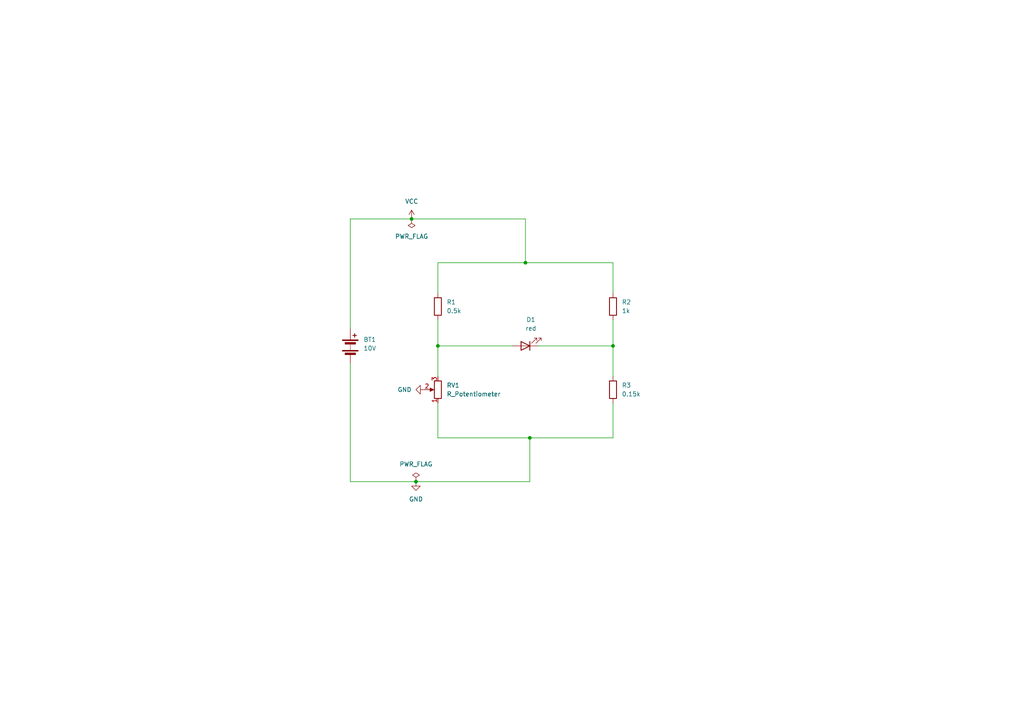
<source format=kicad_sch>
(kicad_sch (version 20231120) (generator "eeschema") (generator_version "8.0")
  (paper "A4")
  (lib_symbols
    (symbol "Device:Battery" (pin_numbers hide) (pin_names (offset 0) hide)
      (property "Reference" "BT" (at 2.54 2.54 0))
      (property "Value" "Battery" (at 2.54 0 0))
      (symbol "Battery_0_1"
        (rectangle (start -2.286 -1.27) (end 2.286 -1.524) (fill (type outline)))
        (rectangle (start -2.286 1.778) (end 2.286 1.524) (fill (type outline)))
        (rectangle (start -1.524 -2.032) (end 1.524 -2.54) (fill (type outline)))
        (rectangle (start -1.524 1.016) (end 1.524 0.508) (fill (type outline)))
        (polyline (pts (xy 0 -1.016) (xy 0 -0.762)))
        (polyline (pts (xy 0 -0.508) (xy 0 -0.254)))
        (polyline (pts (xy 0 0) (xy 0 0.254)))
        (polyline (pts (xy 0 1.778) (xy 0 2.54)))
        (polyline (pts (xy 0.762 3.048) (xy 1.778 3.048)) (stroke (width 0.254)))
        (polyline (pts (xy 1.27 3.556) (xy 1.27 2.54)) (stroke (width 0.254)))
      )
      (symbol "Battery_1_1"
        (pin passive line (at 0 5.08 270) (length 2.54) (name "+") (number "1"))
        (pin passive line (at 0 -5.08 90) (length 2.54) (name "-") (number "2"))
      )
    )
    (symbol "Device:LED" (pin_numbers hide) (pin_names (offset 1.016) hide)
      (property "Reference" "D" (at 0 2.54 0))
      (property "Value" "LED" (at 0 -2.54 0))
      (symbol "LED_0_1"
        (polyline (pts (xy -1.27 -1.27) (xy -1.27 1.27)) (stroke (width 0.254)))
        (polyline (pts (xy -1.27 0) (xy 1.27 0)))
        (polyline (pts (xy 1.27 -1.27) (xy 1.27 1.27) (xy -1.27 0) (xy 1.27 -1.27)) (stroke (width 0.254)))
        (polyline (pts (xy -3.048 -0.762) (xy -4.572 -2.286) (xy -3.81 -2.286) (xy -4.572 -2.286) (xy -4.572 -1.524)))
        (polyline (pts (xy -1.778 -0.762) (xy -3.302 -2.286) (xy -2.54 -2.286) (xy -3.302 -2.286) (xy -3.302 -1.524)))
      )
      (symbol "LED_1_1"
        (pin passive line (at -3.81 0 0) (length 2.54) (name "K") (number "1"))
        (pin passive line (at 3.81 0 180) (length 2.54) (name "A") (number "2"))
      )
    )
    (symbol "Device:R" (pin_numbers hide) (pin_names (offset 0))
      (property "Reference" "R" (at 2.032 0 90))
      (property "Value" "R" (at 0 0 90))
      (symbol "R_0_1"
        (rectangle (start -1.016 -2.54) (end 1.016 2.54) (stroke (width 0.254)))
      )
      (symbol "R_1_1"
        (pin passive line (at 0 3.81 270) (length 1.27) (name "~") (number "1"))
        (pin passive line (at 0 -3.81 90) (length 1.27) (name "~") (number "2"))
      )
    )
    (symbol "Device:R_Potentiometer" (pin_names (offset 1.016) hide)
      (property "Reference" "RV" (at -4.445 0 90))
      (property "Value" "R_Potentiometer" (at -2.54 0 90))
      (symbol "R_Potentiometer_0_1"
        (polyline (pts (xy 2.54 0) (xy 1.524 0)))
        (polyline (pts (xy 1.143 0) (xy 2.286 0.508) (xy 2.286 -0.508) (xy 1.143 0)) (fill (type outline)))
        (rectangle (start 1.016 2.54) (end -1.016 -2.54) (stroke (width 0.254)))
      )
      (symbol "R_Potentiometer_1_1"
        (pin passive line (at 0 3.81 270) (length 1.27) (name "1") (number "1"))
        (pin passive line (at 3.81 0 180) (length 1.27) (name "2") (number "2"))
        (pin passive line (at 0 -3.81 90) (length 1.27) (name "3") (number "3"))
      )
    )
    (symbol "power:GND" (power) (pin_numbers hide) (pin_names (offset 0) hide)
      (property "Value" "GND" (at 0 -3.81 0))
      (symbol "GND_0_1"
        (polyline (pts (xy 0 0) (xy 0 -1.27) (xy 1.27 -1.27) (xy 0 -2.54) (xy -1.27 -1.27) (xy 0 -1.27)))
      )
      (symbol "GND_1_1"
        (pin power_in line (at 0 0 270) (length 0) (name "~") (number "1"))
      )
    )
    (symbol "power:PWR_FLAG" (power) (pin_numbers hide) (pin_names (offset 0) hide)
      (property "Value" "PWR_FLAG" (at 0 3.81 0))
      (symbol "PWR_FLAG_0_0"
        (pin power_out line (at 0 0 90) (length 0) (name "~") (number "1"))
      )
      (symbol "PWR_FLAG_0_1"
        (polyline (pts (xy 0 0) (xy 0 1.27) (xy -1.016 1.905) (xy 0 2.54) (xy 1.016 1.905) (xy 0 1.27)))
      )
    )
    (symbol "power:VCC" (power) (pin_numbers hide) (pin_names (offset 0) hide)
      (property "Value" "VCC" (at 0 3.556 0))
      (symbol "VCC_0_1"
        (polyline (pts (xy -0.762 1.27) (xy 0 2.54)))
        (polyline (pts (xy 0 0) (xy 0 2.54)))
        (polyline (pts (xy 0 2.54) (xy 0.762 1.27)))
      )
      (symbol "VCC_1_1"
        (pin power_in line (at 0 0 90) (length 0) (name "~") (number "1"))
      )
    )
  )
  (junction (at 153.67 127))
  (junction (at 177.8 100.33))
  (junction (at 127 100.33))
  (junction (at 119.38 63.5))
  (junction (at 152.4 76.2))
  (junction (at 120.65 139.7))
  (wire (pts (xy 127 100.33) (xy 148.59 100.33)))
  (wire (pts (xy 101.6 139.7) (xy 120.65 139.7)))
  (wire (pts (xy 177.8 76.2) (xy 177.8 85.09)))
  (wire (pts (xy 177.8 127) (xy 177.8 116.84)))
  (wire (pts (xy 120.65 139.7) (xy 153.67 139.7)))
  (wire (pts (xy 152.4 76.2) (xy 177.8 76.2)))
  (wire (pts (xy 127 85.09) (xy 127 76.2)))
  (wire (pts (xy 119.38 63.5) (xy 101.6 63.5)))
  (wire (pts (xy 152.4 63.5) (xy 152.4 76.2)))
  (wire (pts (xy 177.8 92.71) (xy 177.8 100.33)))
  (wire (pts (xy 101.6 105.41) (xy 101.6 139.7)))
  (wire (pts (xy 177.8 100.33) (xy 177.8 109.22)))
  (wire (pts (xy 153.67 139.7) (xy 153.67 127)))
  (wire (pts (xy 127 92.71) (xy 127 100.33)))
  (wire (pts (xy 101.6 63.5) (xy 101.6 95.25)))
  (wire (pts (xy 153.67 127) (xy 177.8 127)))
  (wire (pts (xy 127 127) (xy 153.67 127)))
  (wire (pts (xy 127 76.2) (xy 152.4 76.2)))
  (wire (pts (xy 127 116.84) (xy 127 127)))
  (wire (pts (xy 152.4 63.5) (xy 119.38 63.5)))
  (wire (pts (xy 156.21 100.33) (xy 177.8 100.33)))
  (wire (pts (xy 127 100.33) (xy 127 109.22)))
  (symbol (lib_id "power:GND") (at 120.65 139.7 0) (unit 1)
    (property "Reference" "#PWR02" (effects (hide yes)))
    (property "Value" "GND" (at 120.65 144.78 0))
    (property "Description" "Power symbol creates a global label with name \"GND\" , ground" (effects (hide yes)))
  )
  (symbol (lib_id "Device:R") (at 127 88.9 180) (unit 1)
    (property "Reference" "R1" (at 129.54 87.6299 0) (effects (justify right)))
    (property "Value" "0.5k" (at 129.54 90.1699 0) (effects (justify right)))
    (property "Footprint" "Resistor_THT:R_Axial_DIN0309_L9.0mm_D3.2mm_P12.70mm_Horizontal" (effects (hide yes)))
    (property "Description" "Resistor" (effects (hide yes)))
  )
  (symbol (lib_id "power:PWR_FLAG") (at 119.38 63.5 180) (unit 1)
    (property "Reference" "#FLG01" (effects (hide yes)))
    (property "Value" "PWR_FLAG" (at 119.38 68.58 0))
    (property "Description" "Special symbol for telling ERC where power comes from" (effects (hide yes)))
  )
  (symbol (lib_id "Device:LED") (at 152.4 100.33 180) (unit 1)
    (property "Reference" "D1" (at 153.9875 92.71 0))
    (property "Value" "red" (at 153.9875 95.25 0))
    (property "Footprint" "LED_THT:LED_D5.0mm" (effects (hide yes)))
    (property "Description" "Light emitting diode" (effects (hide yes)))
  )
  (symbol (lib_id "power:PWR_FLAG") (at 120.65 139.7 0) (unit 1)
    (property "Reference" "#FLG02" (effects (hide yes)))
    (property "Value" "PWR_FLAG" (at 120.65 134.62 0))
    (property "Description" "Special symbol for telling ERC where power comes from" (effects (hide yes)))
  )
  (symbol (lib_id "Device:R") (at 177.8 113.03 0) (unit 1)
    (property "Reference" "R3" (at 180.34 111.7599 0) (effects (justify left)))
    (property "Value" "0.15k" (at 180.34 114.2999 0) (effects (justify left)))
    (property "Footprint" "Resistor_THT:R_Axial_DIN0309_L9.0mm_D3.2mm_P12.70mm_Horizontal" (effects (hide yes)))
    (property "Description" "Resistor" (effects (hide yes)))
  )
  (symbol (lib_id "power:GND") (at 123.19 113.03 270) (unit 1)
    (property "Reference" "#PWR03" (effects (hide yes)))
    (property "Value" "GND" (at 119.38 113.0299 90) (effects (justify right)))
    (property "Description" "Power symbol creates a global label with name \"GND\" , ground" (effects (hide yes)))
  )
  (symbol (lib_id "Device:R_Potentiometer") (at 127 113.03 180) (unit 1)
    (property "Reference" "RV1" (at 129.54 111.7599 0) (effects (justify right)))
    (property "Value" "R_Potentiometer" (at 129.54 114.2999 0) (effects (justify right)))
    (property "Footprint" "Potentiometer_THT:Potentiometer_Bourns_3296W_Vertical" (effects (hide yes)))
    (property "Description" "Potentiometer" (effects (hide yes)))
  )
  (symbol (lib_id "Device:R") (at 177.8 88.9 0) (unit 1)
    (property "Reference" "R2" (at 180.34 87.6299 0) (effects (justify left)))
    (property "Value" "1k" (at 180.34 90.1699 0) (effects (justify left)))
    (property "Footprint" "Resistor_THT:R_Axial_DIN0309_L9.0mm_D3.2mm_P12.70mm_Horizontal" (effects (hide yes)))
    (property "Description" "Resistor" (effects (hide yes)))
  )
  (symbol (lib_id "power:VCC") (at 119.38 63.5 0) (unit 1)
    (property "Reference" "#PWR01" (effects (hide yes)))
    (property "Value" "VCC" (at 119.38 58.42 0))
    (property "Description" "Power symbol creates a global label with name \"VCC\"" (effects (hide yes)))
  )
  (symbol (lib_id "Device:Battery") (at 101.6 100.33 0) (unit 1)
    (property "Reference" "BT1" (at 105.41 98.4884 0) (effects (justify left)))
    (property "Value" "10V" (at 105.41 101.0284 0) (effects (justify left)))
    (property "Footprint" "Battery:BatteryHolder_Keystone_1060_1x2032" (effects (hide yes)))
    (property "Description" "Multiple-cell battery" (effects (hide yes)))
  )
)
</source>
